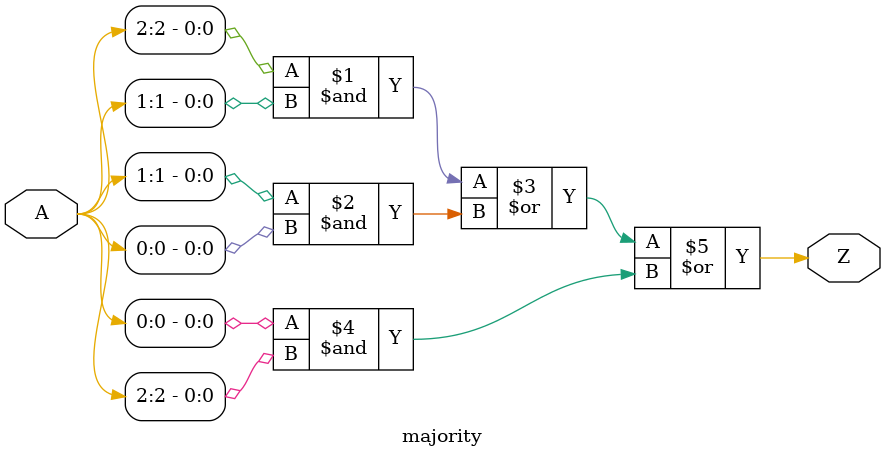
<source format=v>
/*
*	Majority circuit
* 	Module returns true when more than half the inputs are true*
*	Akshay - 24/02/2017
* 	Bug fixed - 14/05/2018 . Thanks to Sumon.
*/

/*
module majority(a,b,c,d);
	input a,b,c;
	output d;
	assign d = (a&b)|(b&c)|(c&a);
endmodule
*/

module majority(A, Z);
	input [2:0]A;
	output Z;
	assign Z= (A[2] & A[1]) | (A[1] & A[0]) | (A[0] & A[2]);
endmodule

</source>
